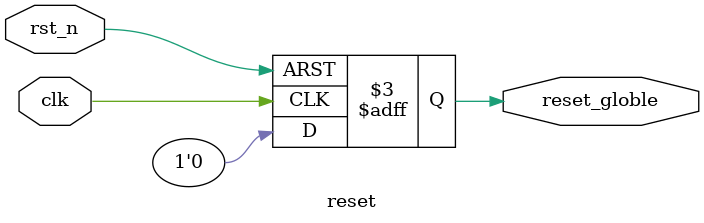
<source format=v>
`timescale 1ns / 1ps


module reset( input clk,
               input rst_n,
              output reg reset_globle
             );
             integer                         clkcount;
            
             always @(posedge clk or negedge rst_n) 
             begin   
             if(!rst_n)
              begin
              clkcount=0;
              reset_globle=1;
              end           
                      // During reset: Set initial state and counter
//              if (clkcount<3) 
//                  begin
//                     reset_globle<=1;
//                     clkcount <= clkcount + 1;
//                  end 
              else
                  begin
                    reset_globle<=0;
                    clkcount <= clkcount;
                  end    
              end
         
             
             
             
             
             
endmodule

</source>
